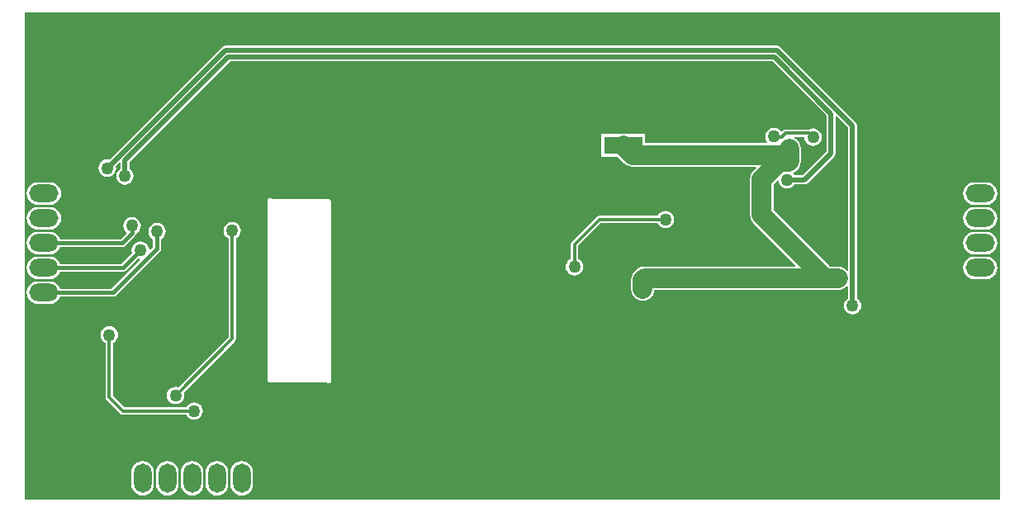
<source format=gbl>
G04*
G04 #@! TF.GenerationSoftware,Altium Limited,Altium Designer,18.0.9 (584)*
G04*
G04 Layer_Physical_Order=2*
G04 Layer_Color=16711680*
%FSLAX25Y25*%
%MOIN*%
G70*
G01*
G75*
%ADD65C,0.01378*%
%ADD66C,0.01968*%
%ADD67C,0.07874*%
%ADD69C,0.01575*%
%ADD71C,0.17717*%
%ADD72R,0.15748X0.07087*%
%ADD73R,0.07087X0.15748*%
%ADD74O,0.07087X0.11811*%
%ADD75O,0.11811X0.07087*%
%ADD76C,0.05000*%
%ADD77C,0.01968*%
G36*
X393701Y0D02*
X0D01*
Y196850D01*
X393701D01*
Y0D01*
D02*
G37*
%LPC*%
G36*
X303897Y183302D02*
X81102D01*
X80411Y183165D01*
X79825Y182773D01*
X34327Y137275D01*
X33465Y137389D01*
X32551Y137268D01*
X31699Y136916D01*
X30968Y136354D01*
X30407Y135623D01*
X30055Y134772D01*
X29934Y133858D01*
X30055Y132945D01*
X30407Y132093D01*
X30968Y131362D01*
X31699Y130801D01*
X32551Y130448D01*
X33465Y130328D01*
X34378Y130448D01*
X35230Y130801D01*
X35961Y131362D01*
X36522Y132093D01*
X36874Y132945D01*
X36995Y133858D01*
X36881Y134720D01*
X38283Y136122D01*
X38745Y135931D01*
Y133734D01*
X38055Y133205D01*
X37494Y132474D01*
X37141Y131622D01*
X37021Y130709D01*
X37141Y129795D01*
X37494Y128944D01*
X38055Y128212D01*
X38786Y127651D01*
X39638Y127299D01*
X40551Y127179D01*
X41465Y127299D01*
X42316Y127651D01*
X43047Y128212D01*
X43608Y128944D01*
X43961Y129795D01*
X44081Y130709D01*
X43961Y131622D01*
X43608Y132474D01*
X43047Y133205D01*
X42358Y133734D01*
Y136299D01*
X82992Y176934D01*
X302008D01*
X323784Y155157D01*
Y140512D01*
X314212Y130940D01*
X310899D01*
X310370Y131630D01*
X310298Y131684D01*
X310364Y132180D01*
X311000Y132444D01*
X311987Y133201D01*
X312031Y133245D01*
X312788Y134232D01*
X313264Y135381D01*
X313427Y136614D01*
Y141732D01*
X313264Y142966D01*
X312788Y144115D01*
X312031Y145102D01*
X311044Y145859D01*
X310878Y145928D01*
X310978Y146428D01*
X314816D01*
X314855Y146384D01*
X314975Y145470D01*
X315328Y144618D01*
X315889Y143887D01*
X316620Y143326D01*
X317472Y142974D01*
X318385Y142853D01*
X319299Y142974D01*
X320150Y143326D01*
X320882Y143887D01*
X321443Y144618D01*
X321795Y145470D01*
X321916Y146384D01*
X321795Y147297D01*
X321443Y148149D01*
X320882Y148880D01*
X320150Y149441D01*
X319299Y149794D01*
X318385Y149914D01*
X317472Y149794D01*
X316620Y149441D01*
X316617Y149438D01*
X307207D01*
X306630Y149324D01*
X306142Y148997D01*
X305861Y148717D01*
X305363Y148749D01*
X305055Y149150D01*
X304324Y149711D01*
X303473Y150063D01*
X302559Y150184D01*
X301645Y150063D01*
X300794Y149711D01*
X300063Y149150D01*
X299502Y148419D01*
X299149Y147567D01*
X299029Y146653D01*
X299149Y145740D01*
X299502Y144888D01*
X299814Y144482D01*
X299567Y143982D01*
X250606D01*
Y147653D01*
X243109D01*
X242966Y147713D01*
X241732Y147875D01*
X240499Y147713D01*
X240355Y147653D01*
X232858D01*
Y138567D01*
X239537D01*
X242256Y135847D01*
X243243Y135090D01*
X244393Y134614D01*
X245626Y134451D01*
X295281D01*
X295473Y133989D01*
X294268Y132785D01*
X293511Y131798D01*
X293035Y130649D01*
X292873Y129416D01*
Y114961D01*
X293035Y113727D01*
X293511Y112578D01*
X294268Y111591D01*
X311262Y94597D01*
X311071Y94135D01*
X250394D01*
X249795Y94056D01*
X249606Y94081D01*
X248693Y93961D01*
X247841Y93608D01*
X247110Y93047D01*
X246549Y92316D01*
X246512Y92228D01*
X246237Y91952D01*
X245479Y90965D01*
X245004Y89816D01*
X244841Y88583D01*
Y85039D01*
X245004Y83806D01*
X245479Y82657D01*
X246237Y81670D01*
X247224Y80913D01*
X248373Y80437D01*
X249606Y80274D01*
X250840Y80437D01*
X251989Y80913D01*
X252976Y81670D01*
X253733Y82657D01*
X254209Y83806D01*
X254314Y84605D01*
X328346D01*
X329580Y84767D01*
X330729Y85243D01*
X331716Y86001D01*
X331972Y86335D01*
X332446Y86174D01*
Y81372D01*
X331756Y80843D01*
X331195Y80111D01*
X330842Y79260D01*
X330722Y78347D01*
X330842Y77433D01*
X331195Y76581D01*
X331756Y75850D01*
X332487Y75289D01*
X333338Y74936D01*
X334252Y74816D01*
X335166Y74936D01*
X336017Y75289D01*
X336748Y75850D01*
X337309Y76581D01*
X337662Y77433D01*
X337782Y78347D01*
X337662Y79260D01*
X337309Y80111D01*
X336748Y80843D01*
X336058Y81372D01*
Y151142D01*
X335921Y151833D01*
X335529Y152419D01*
X305175Y182773D01*
X304589Y183165D01*
X303897Y183302D01*
D02*
G37*
G36*
X388189Y128205D02*
X383465D01*
X382278Y128048D01*
X381173Y127591D01*
X380224Y126862D01*
X379496Y125913D01*
X379038Y124808D01*
X378882Y123622D01*
X379038Y122436D01*
X379496Y121331D01*
X380224Y120382D01*
X381173Y119653D01*
X382278Y119196D01*
X383465Y119040D01*
X388189D01*
X389375Y119196D01*
X390480Y119653D01*
X391429Y120382D01*
X392158Y121331D01*
X392615Y122436D01*
X392772Y123622D01*
X392615Y124808D01*
X392158Y125913D01*
X391429Y126862D01*
X390480Y127591D01*
X389375Y128048D01*
X388189Y128205D01*
D02*
G37*
G36*
X10236D02*
X5512D01*
X4326Y128048D01*
X3221Y127591D01*
X2272Y126862D01*
X1543Y125913D01*
X1085Y124808D01*
X929Y123622D01*
X1085Y122436D01*
X1543Y121331D01*
X2272Y120382D01*
X3221Y119653D01*
X4326Y119196D01*
X5512Y119040D01*
X10236D01*
X11422Y119196D01*
X12528Y119653D01*
X13477Y120382D01*
X14205Y121331D01*
X14663Y122436D01*
X14819Y123622D01*
X14663Y124808D01*
X14205Y125913D01*
X13477Y126862D01*
X12528Y127591D01*
X11422Y128048D01*
X10236Y128205D01*
D02*
G37*
G36*
X258783Y116644D02*
X257869Y116524D01*
X257018Y116171D01*
X256287Y115610D01*
X255726Y114879D01*
X255618Y114619D01*
X232011D01*
X231435Y114504D01*
X230947Y114178D01*
X220983Y104214D01*
X220656Y103726D01*
X220542Y103150D01*
Y97259D01*
X220282Y97152D01*
X219551Y96591D01*
X218990Y95860D01*
X218637Y95008D01*
X218517Y94095D01*
X218637Y93181D01*
X218990Y92329D01*
X219551Y91598D01*
X220282Y91037D01*
X221134Y90685D01*
X222047Y90564D01*
X222961Y90685D01*
X223812Y91037D01*
X224543Y91598D01*
X225104Y92329D01*
X225457Y93181D01*
X225577Y94095D01*
X225457Y95008D01*
X225104Y95860D01*
X224543Y96591D01*
X223812Y97152D01*
X223552Y97259D01*
Y102526D01*
X232635Y111608D01*
X255618D01*
X255726Y111348D01*
X256287Y110617D01*
X257018Y110056D01*
X257869Y109704D01*
X258783Y109583D01*
X259697Y109704D01*
X260548Y110056D01*
X261279Y110617D01*
X261840Y111348D01*
X262193Y112200D01*
X262313Y113114D01*
X262193Y114027D01*
X261840Y114879D01*
X261279Y115610D01*
X260548Y116171D01*
X259697Y116524D01*
X258783Y116644D01*
D02*
G37*
G36*
X388189Y118204D02*
X383465D01*
X382278Y118048D01*
X381173Y117591D01*
X380224Y116862D01*
X379496Y115913D01*
X379038Y114808D01*
X378882Y113622D01*
X379038Y112436D01*
X379496Y111331D01*
X380224Y110382D01*
X381173Y109653D01*
X382278Y109196D01*
X383465Y109040D01*
X388189D01*
X389375Y109196D01*
X390480Y109653D01*
X391429Y110382D01*
X392158Y111331D01*
X392615Y112436D01*
X392772Y113622D01*
X392615Y114808D01*
X392158Y115913D01*
X391429Y116862D01*
X390480Y117591D01*
X389375Y118048D01*
X388189Y118204D01*
D02*
G37*
G36*
X10236D02*
X5512D01*
X4326Y118048D01*
X3221Y117591D01*
X2272Y116862D01*
X1543Y115913D01*
X1085Y114808D01*
X929Y113622D01*
X1085Y112436D01*
X1543Y111331D01*
X2272Y110382D01*
X3221Y109653D01*
X4326Y109196D01*
X5512Y109040D01*
X10236D01*
X11422Y109196D01*
X12528Y109653D01*
X13477Y110382D01*
X14205Y111331D01*
X14663Y112436D01*
X14819Y113622D01*
X14663Y114808D01*
X14205Y115913D01*
X13477Y116862D01*
X12528Y117591D01*
X11422Y118048D01*
X10236Y118204D01*
D02*
G37*
G36*
X43465Y114160D02*
X42551Y114040D01*
X41699Y113687D01*
X40968Y113126D01*
X40407Y112395D01*
X40055Y111544D01*
X39934Y110630D01*
X40055Y109716D01*
X40407Y108865D01*
X40968Y108134D01*
X41076Y108051D01*
X41108Y107552D01*
X38784Y105228D01*
X14489D01*
X14205Y105913D01*
X13477Y106862D01*
X12528Y107591D01*
X11422Y108048D01*
X10236Y108204D01*
X5512D01*
X4326Y108048D01*
X3221Y107591D01*
X2272Y106862D01*
X1543Y105913D01*
X1085Y104808D01*
X929Y103622D01*
X1085Y102436D01*
X1543Y101331D01*
X2272Y100382D01*
X3221Y99654D01*
X4326Y99196D01*
X5512Y99040D01*
X10236D01*
X11422Y99196D01*
X12528Y99654D01*
X13477Y100382D01*
X14205Y101331D01*
X14489Y102016D01*
X39449D01*
X39449Y102016D01*
X40063Y102139D01*
X40584Y102487D01*
X44600Y106502D01*
X44600Y106502D01*
X44948Y107023D01*
X45042Y107495D01*
X45230Y107573D01*
X45961Y108134D01*
X46522Y108865D01*
X46874Y109716D01*
X46995Y110630D01*
X46874Y111544D01*
X46522Y112395D01*
X45961Y113126D01*
X45230Y113687D01*
X44378Y114040D01*
X43465Y114160D01*
D02*
G37*
G36*
X53543Y111798D02*
X52630Y111678D01*
X51778Y111325D01*
X51047Y110764D01*
X50486Y110033D01*
X50133Y109181D01*
X50013Y108268D01*
X50133Y107354D01*
X50486Y106503D01*
X51047Y105772D01*
X51778Y105210D01*
X51938Y105144D01*
Y102082D01*
X50857Y101001D01*
X50329Y101180D01*
X50260Y101701D01*
X49908Y102552D01*
X49347Y103284D01*
X48616Y103845D01*
X47764Y104197D01*
X46850Y104318D01*
X45937Y104197D01*
X45085Y103845D01*
X44354Y103284D01*
X43793Y102552D01*
X43440Y101701D01*
X43320Y100787D01*
X43440Y99874D01*
X43507Y99714D01*
X39020Y95228D01*
X14489D01*
X14205Y95913D01*
X13477Y96862D01*
X12528Y97591D01*
X11422Y98048D01*
X10236Y98204D01*
X5512D01*
X4326Y98048D01*
X3221Y97591D01*
X2272Y96862D01*
X1543Y95913D01*
X1085Y94808D01*
X929Y93622D01*
X1085Y92436D01*
X1543Y91331D01*
X2272Y90382D01*
X3221Y89653D01*
X4326Y89196D01*
X5512Y89039D01*
X10236D01*
X11422Y89196D01*
X12528Y89653D01*
X13477Y90382D01*
X14205Y91331D01*
X14489Y92016D01*
X39685D01*
X39685Y92016D01*
X40299Y92139D01*
X40820Y92487D01*
X45777Y97443D01*
X45937Y97378D01*
X46457Y97309D01*
X46637Y96781D01*
X35083Y85228D01*
X14489D01*
X14205Y85913D01*
X13477Y86862D01*
X12528Y87591D01*
X11422Y88048D01*
X10236Y88204D01*
X5512D01*
X4326Y88048D01*
X3221Y87591D01*
X2272Y86862D01*
X1543Y85913D01*
X1085Y84808D01*
X929Y83622D01*
X1085Y82436D01*
X1543Y81331D01*
X2272Y80382D01*
X3221Y79654D01*
X4326Y79196D01*
X5512Y79040D01*
X10236D01*
X11422Y79196D01*
X12528Y79654D01*
X13477Y80382D01*
X14205Y81331D01*
X14489Y82016D01*
X35748D01*
X35748Y82016D01*
X36363Y82139D01*
X36884Y82487D01*
X54679Y100282D01*
X54679Y100282D01*
X55027Y100803D01*
X55149Y101417D01*
Y105144D01*
X55308Y105210D01*
X56040Y105772D01*
X56600Y106503D01*
X56953Y107354D01*
X57073Y108268D01*
X56953Y109181D01*
X56600Y110033D01*
X56040Y110764D01*
X55308Y111325D01*
X54457Y111678D01*
X53543Y111798D01*
D02*
G37*
G36*
X388189Y108204D02*
X383465D01*
X382278Y108048D01*
X381173Y107591D01*
X380224Y106862D01*
X379496Y105913D01*
X379038Y104808D01*
X378882Y103622D01*
X379038Y102436D01*
X379496Y101331D01*
X380224Y100382D01*
X381173Y99654D01*
X382278Y99196D01*
X383465Y99040D01*
X388189D01*
X389375Y99196D01*
X390480Y99654D01*
X391429Y100382D01*
X392158Y101331D01*
X392615Y102436D01*
X392772Y103622D01*
X392615Y104808D01*
X392158Y105913D01*
X391429Y106862D01*
X390480Y107591D01*
X389375Y108048D01*
X388189Y108204D01*
D02*
G37*
G36*
Y98204D02*
X383465D01*
X382278Y98048D01*
X381173Y97591D01*
X380224Y96862D01*
X379496Y95913D01*
X379038Y94808D01*
X378882Y93622D01*
X379038Y92436D01*
X379496Y91331D01*
X380224Y90382D01*
X381173Y89653D01*
X382278Y89196D01*
X383465Y89039D01*
X388189D01*
X389375Y89196D01*
X390480Y89653D01*
X391429Y90382D01*
X392158Y91331D01*
X392615Y92436D01*
X392772Y93622D01*
X392615Y94808D01*
X392158Y95913D01*
X391429Y96862D01*
X390480Y97591D01*
X389375Y98048D01*
X388189Y98204D01*
D02*
G37*
G36*
X99213Y121886D02*
X98822Y121808D01*
X98492Y121587D01*
X98271Y121256D01*
X98193Y120866D01*
Y48425D01*
X98271Y48035D01*
X98492Y47704D01*
X98822Y47483D01*
X99213Y47406D01*
X122019D01*
X122114Y47311D01*
X122444Y47089D01*
X122835Y47012D01*
X123225Y47089D01*
X123556Y47311D01*
X123777Y47641D01*
X123854Y48031D01*
Y120472D01*
X123777Y120863D01*
X123556Y121193D01*
X123225Y121414D01*
X122835Y121492D01*
X100029D01*
X99934Y121587D01*
X99603Y121808D01*
X99213Y121886D01*
D02*
G37*
G36*
X83858Y112192D02*
X82945Y112071D01*
X82093Y111719D01*
X81362Y111158D01*
X80801Y110426D01*
X80448Y109575D01*
X80328Y108661D01*
X80448Y107748D01*
X80801Y106896D01*
X81362Y106165D01*
X82093Y105604D01*
X82353Y105497D01*
Y65584D01*
X62197Y45428D01*
X61937Y45536D01*
X61024Y45656D01*
X60110Y45536D01*
X59259Y45183D01*
X58527Y44622D01*
X57966Y43891D01*
X57614Y43040D01*
X57493Y42126D01*
X57614Y41212D01*
X57966Y40361D01*
X58527Y39630D01*
X59259Y39069D01*
X60110Y38716D01*
X61024Y38596D01*
X61937Y38716D01*
X62789Y39069D01*
X63520Y39630D01*
X64081Y40361D01*
X64433Y41212D01*
X64554Y42126D01*
X64433Y43040D01*
X64326Y43299D01*
X84923Y63896D01*
X85249Y64385D01*
X85364Y64961D01*
Y105497D01*
X85623Y105604D01*
X86355Y106165D01*
X86915Y106896D01*
X87268Y107748D01*
X87388Y108661D01*
X87268Y109575D01*
X86915Y110426D01*
X86355Y111158D01*
X85623Y111719D01*
X84772Y112071D01*
X83858Y112192D01*
D02*
G37*
G36*
X34252Y70066D02*
X33338Y69945D01*
X32487Y69593D01*
X31756Y69032D01*
X31195Y68300D01*
X30842Y67449D01*
X30722Y66535D01*
X30842Y65622D01*
X31195Y64770D01*
X31756Y64039D01*
X32487Y63478D01*
X32747Y63371D01*
Y41339D01*
X32861Y40762D01*
X33188Y40274D01*
X38699Y34762D01*
X39188Y34436D01*
X39764Y34321D01*
X65339D01*
X65447Y34062D01*
X66008Y33331D01*
X66739Y32770D01*
X67590Y32417D01*
X68504Y32297D01*
X69418Y32417D01*
X70269Y32770D01*
X71000Y33331D01*
X71561Y34062D01*
X71914Y34913D01*
X72034Y35827D01*
X71914Y36740D01*
X71561Y37592D01*
X71000Y38323D01*
X70269Y38884D01*
X69418Y39237D01*
X68504Y39357D01*
X67590Y39237D01*
X66739Y38884D01*
X66008Y38323D01*
X65447Y37592D01*
X65339Y37332D01*
X40387D01*
X35757Y41962D01*
Y63371D01*
X36017Y63478D01*
X36748Y64039D01*
X37309Y64770D01*
X37662Y65622D01*
X37782Y66535D01*
X37662Y67449D01*
X37309Y68300D01*
X36748Y69032D01*
X36017Y69593D01*
X35166Y69945D01*
X34252Y70066D01*
D02*
G37*
G36*
X87717Y15606D02*
X86531Y15450D01*
X85425Y14992D01*
X84476Y14264D01*
X83748Y13315D01*
X83290Y12210D01*
X83134Y11024D01*
Y6299D01*
X83290Y5113D01*
X83748Y4008D01*
X84476Y3059D01*
X85425Y2331D01*
X86531Y1873D01*
X87717Y1717D01*
X88903Y1873D01*
X90008Y2331D01*
X90957Y3059D01*
X91685Y4008D01*
X92143Y5113D01*
X92299Y6299D01*
Y11024D01*
X92143Y12210D01*
X91685Y13315D01*
X90957Y14264D01*
X90008Y14992D01*
X88903Y15450D01*
X87717Y15606D01*
D02*
G37*
G36*
X77716D02*
X76530Y15450D01*
X75425Y14992D01*
X74476Y14264D01*
X73748Y13315D01*
X73290Y12210D01*
X73134Y11024D01*
Y6299D01*
X73290Y5113D01*
X73748Y4008D01*
X74476Y3059D01*
X75425Y2331D01*
X76530Y1873D01*
X77716Y1717D01*
X78903Y1873D01*
X80008Y2331D01*
X80957Y3059D01*
X81685Y4008D01*
X82143Y5113D01*
X82299Y6299D01*
Y11024D01*
X82143Y12210D01*
X81685Y13315D01*
X80957Y14264D01*
X80008Y14992D01*
X78903Y15450D01*
X77716Y15606D01*
D02*
G37*
G36*
X67716D02*
X66531Y15450D01*
X65425Y14992D01*
X64476Y14264D01*
X63748Y13315D01*
X63290Y12210D01*
X63134Y11024D01*
Y6299D01*
X63290Y5113D01*
X63748Y4008D01*
X64476Y3059D01*
X65425Y2331D01*
X66531Y1873D01*
X67716Y1717D01*
X68903Y1873D01*
X70008Y2331D01*
X70957Y3059D01*
X71685Y4008D01*
X72143Y5113D01*
X72299Y6299D01*
Y11024D01*
X72143Y12210D01*
X71685Y13315D01*
X70957Y14264D01*
X70008Y14992D01*
X68903Y15450D01*
X67716Y15606D01*
D02*
G37*
G36*
X57717D02*
X56530Y15450D01*
X55425Y14992D01*
X54476Y14264D01*
X53748Y13315D01*
X53290Y12210D01*
X53134Y11024D01*
Y6299D01*
X53290Y5113D01*
X53748Y4008D01*
X54476Y3059D01*
X55425Y2331D01*
X56530Y1873D01*
X57717Y1717D01*
X58903Y1873D01*
X60008Y2331D01*
X60957Y3059D01*
X61685Y4008D01*
X62143Y5113D01*
X62299Y6299D01*
Y11024D01*
X62143Y12210D01*
X61685Y13315D01*
X60957Y14264D01*
X60008Y14992D01*
X58903Y15450D01*
X57717Y15606D01*
D02*
G37*
G36*
X47717D02*
X46531Y15450D01*
X45425Y14992D01*
X44476Y14264D01*
X43748Y13315D01*
X43290Y12210D01*
X43134Y11024D01*
Y6299D01*
X43290Y5113D01*
X43748Y4008D01*
X44476Y3059D01*
X45425Y2331D01*
X46531Y1873D01*
X47717Y1717D01*
X48903Y1873D01*
X50008Y2331D01*
X50957Y3059D01*
X51685Y4008D01*
X52143Y5113D01*
X52299Y6299D01*
Y11024D01*
X52143Y12210D01*
X51685Y13315D01*
X50957Y14264D01*
X50008Y14992D01*
X48903Y15450D01*
X47717Y15606D01*
D02*
G37*
%LPD*%
G36*
X332446Y150393D02*
Y92566D01*
X331972Y92406D01*
X331716Y92740D01*
X330729Y93497D01*
X329580Y93973D01*
X328346Y94135D01*
X325202D01*
X302403Y116934D01*
Y127442D01*
X303869Y128907D01*
X304397Y128728D01*
X304464Y128220D01*
X304816Y127368D01*
X305377Y126637D01*
X306108Y126076D01*
X306960Y125724D01*
X307873Y125603D01*
X308787Y125724D01*
X309639Y126076D01*
X310370Y126637D01*
X310899Y127327D01*
X314960D01*
X315652Y127465D01*
X316238Y127856D01*
X326868Y138487D01*
X327259Y139073D01*
X327397Y139764D01*
Y154789D01*
X327859Y154980D01*
X332446Y150393D01*
D02*
G37*
D65*
X316836Y147933D02*
X318385Y146384D01*
X83858Y64961D02*
Y108661D01*
X61024Y42126D02*
X83858Y64961D01*
X34252Y41339D02*
Y66535D01*
Y41339D02*
X39764Y35827D01*
X68504D01*
X307207Y147933D02*
X316836D01*
X305735Y146462D02*
X307207Y147933D01*
X302367Y146462D02*
X305735D01*
X302367D02*
X302559Y146653D01*
X222047Y94095D02*
Y103150D01*
X232011Y113114D01*
X258783D01*
D66*
X40551Y130709D02*
Y137048D01*
X82244Y178740D01*
X302756D01*
X303897Y181496D02*
X334252Y151142D01*
Y78347D02*
Y151142D01*
X81102Y181496D02*
X303897D01*
X33465Y133858D02*
X81102Y181496D01*
X314960Y129134D02*
X325590Y139764D01*
X307873Y129134D02*
X314960D01*
X325590Y139764D02*
Y155905D01*
X302756Y178740D02*
X325590Y155905D01*
D67*
X305849Y139426D02*
X308661Y136614D01*
X305849Y139426D02*
X305849D01*
X305640Y139216D02*
X305849Y139426D01*
X245626Y139216D02*
X305640D01*
X308661Y136614D02*
Y141732D01*
X323228Y89370D02*
X328346D01*
X249606Y85039D02*
Y88583D01*
X250394Y89370D01*
X323228D01*
X297638Y114961D02*
X323228Y89370D01*
X297638Y114961D02*
Y129416D01*
X304793Y136571D01*
X308618D01*
X308661Y136614D01*
X241732Y143110D02*
X245626Y139216D01*
D69*
X43465Y107638D02*
Y110630D01*
X39449Y103622D02*
X43465Y107638D01*
X7874Y103622D02*
X39449D01*
X39685Y93622D02*
X46850Y100787D01*
X53543Y101417D02*
Y108268D01*
X7874Y83622D02*
X35748D01*
X53543Y101417D01*
X7874Y93622D02*
X39685D01*
D71*
X377953Y15748D02*
D03*
Y181102D02*
D03*
X15748D02*
D03*
Y15748D02*
D03*
D72*
X241732Y143110D02*
D03*
Y165945D02*
D03*
D73*
X222835Y154921D02*
D03*
D74*
X67716Y8661D02*
D03*
X77716D02*
D03*
X87717D02*
D03*
X57717D02*
D03*
X37716D02*
D03*
X47717D02*
D03*
D75*
X385827Y103622D02*
D03*
Y113622D02*
D03*
Y123622D02*
D03*
Y93622D02*
D03*
Y73622D02*
D03*
Y83622D02*
D03*
X7874Y103622D02*
D03*
Y113622D02*
D03*
Y123622D02*
D03*
Y93622D02*
D03*
Y73622D02*
D03*
Y83622D02*
D03*
D76*
X382283Y165748D02*
D03*
X387205Y155905D02*
D03*
Y57480D02*
D03*
X382283Y47638D02*
D03*
X387205Y37795D02*
D03*
X382283Y27953D02*
D03*
X372441Y165748D02*
D03*
X377362Y155905D02*
D03*
X372441Y126378D02*
D03*
Y106693D02*
D03*
Y67323D02*
D03*
X377362Y57480D02*
D03*
X372441Y47638D02*
D03*
X377362Y37795D02*
D03*
X372441Y27953D02*
D03*
X362598Y185433D02*
D03*
Y165748D02*
D03*
X367520Y155905D02*
D03*
Y136221D02*
D03*
X362598Y126378D02*
D03*
X367520Y116535D02*
D03*
X362598Y106693D02*
D03*
X367520Y96850D02*
D03*
Y57480D02*
D03*
X362598Y47638D02*
D03*
X367520Y37795D02*
D03*
X362598Y8268D02*
D03*
X352756Y185433D02*
D03*
X357677Y175591D02*
D03*
X352756Y165748D02*
D03*
Y106693D02*
D03*
X357677Y57480D02*
D03*
X352756Y47638D02*
D03*
X357677Y37795D02*
D03*
X352756Y8268D02*
D03*
X342913Y185433D02*
D03*
X347835Y175591D02*
D03*
X342913Y165748D02*
D03*
Y126378D02*
D03*
Y106693D02*
D03*
X347835Y57480D02*
D03*
X342913Y47638D02*
D03*
X347835Y37795D02*
D03*
X342913Y8268D02*
D03*
X333071Y185433D02*
D03*
X337992Y175591D02*
D03*
X333071Y165748D02*
D03*
X337992Y57480D02*
D03*
X333071Y47638D02*
D03*
X337992Y37795D02*
D03*
X333071Y8268D02*
D03*
X323228Y185433D02*
D03*
X328150Y175591D02*
D03*
Y116535D02*
D03*
X323228Y106693D02*
D03*
Y67323D02*
D03*
X328150Y57480D02*
D03*
X323228Y47638D02*
D03*
X328150Y37795D02*
D03*
X323228Y8268D02*
D03*
X313386Y185433D02*
D03*
X318307Y175591D02*
D03*
Y155905D02*
D03*
Y116535D02*
D03*
X313386Y67323D02*
D03*
X318307Y57480D02*
D03*
X313386Y47638D02*
D03*
X318307Y37795D02*
D03*
X313386Y8268D02*
D03*
X308465Y116535D02*
D03*
X303543Y67323D02*
D03*
X308465Y57480D02*
D03*
X303543Y47638D02*
D03*
X308465Y37795D02*
D03*
X303543Y8268D02*
D03*
X293701Y106693D02*
D03*
X298622Y96850D02*
D03*
X293701Y67323D02*
D03*
X298622Y57480D02*
D03*
X293701Y47638D02*
D03*
X298622Y37795D02*
D03*
X293701Y27953D02*
D03*
Y8268D02*
D03*
X288779Y116535D02*
D03*
X283858Y106693D02*
D03*
X288779Y96850D02*
D03*
X283858Y67323D02*
D03*
X288779Y57480D02*
D03*
X283858Y47638D02*
D03*
X288779Y37795D02*
D03*
X283858Y27953D02*
D03*
X288779Y18110D02*
D03*
X283858Y8268D02*
D03*
X278937Y155905D02*
D03*
Y116535D02*
D03*
X274016Y106693D02*
D03*
X278937Y96850D02*
D03*
Y77165D02*
D03*
X274016Y67323D02*
D03*
X278937Y57480D02*
D03*
X274016Y47638D02*
D03*
X278937Y37795D02*
D03*
X274016Y27953D02*
D03*
X278937Y18110D02*
D03*
X274016Y8268D02*
D03*
X269094Y155905D02*
D03*
X264173Y126378D02*
D03*
X269094Y116535D02*
D03*
Y77165D02*
D03*
X264173Y67323D02*
D03*
X269094Y57480D02*
D03*
X264173Y47638D02*
D03*
X269094Y37795D02*
D03*
X264173Y27953D02*
D03*
X269094Y18110D02*
D03*
X264173Y8268D02*
D03*
X254331Y165748D02*
D03*
X259252Y155905D02*
D03*
X254331Y126378D02*
D03*
Y67323D02*
D03*
X259252Y57480D02*
D03*
X254331Y47638D02*
D03*
X259252Y37795D02*
D03*
X254331Y27953D02*
D03*
X259252Y18110D02*
D03*
X254331Y8268D02*
D03*
X249410Y155905D02*
D03*
X244488Y126378D02*
D03*
Y67323D02*
D03*
X249410Y57480D02*
D03*
X244488Y47638D02*
D03*
X249410Y37795D02*
D03*
X244488Y27953D02*
D03*
X249410Y18110D02*
D03*
X244488Y8268D02*
D03*
X239567Y155905D02*
D03*
X234646Y126378D02*
D03*
X239567Y37795D02*
D03*
X234646Y27953D02*
D03*
X239567Y18110D02*
D03*
X234646Y8268D02*
D03*
X229724Y155905D02*
D03*
X224803Y126378D02*
D03*
Y67323D02*
D03*
Y47638D02*
D03*
X229724Y37795D02*
D03*
X224803Y27953D02*
D03*
X229724Y18110D02*
D03*
X224803Y8268D02*
D03*
X214961Y126378D02*
D03*
X219882Y116535D02*
D03*
X214961Y67323D02*
D03*
X219882Y57480D02*
D03*
X214961Y47638D02*
D03*
X219882Y37795D02*
D03*
X214961Y27953D02*
D03*
X219882Y18110D02*
D03*
X214961Y8268D02*
D03*
X205118Y126378D02*
D03*
X210039Y116535D02*
D03*
X205118Y67323D02*
D03*
X210039Y57480D02*
D03*
X205118Y47638D02*
D03*
X210039Y37795D02*
D03*
X205118Y27953D02*
D03*
X210039Y18110D02*
D03*
X205118Y8268D02*
D03*
X195276Y165748D02*
D03*
X200197Y155905D02*
D03*
X195276Y146063D02*
D03*
X200197Y136221D02*
D03*
X195276Y47638D02*
D03*
X200197Y37795D02*
D03*
X195276Y27953D02*
D03*
X200197Y18110D02*
D03*
X195276Y8268D02*
D03*
X185433Y165748D02*
D03*
X190354Y155905D02*
D03*
X185433Y146063D02*
D03*
X190354Y136221D02*
D03*
X185433Y106693D02*
D03*
Y87008D02*
D03*
Y67323D02*
D03*
X190354Y57480D02*
D03*
X185433Y47638D02*
D03*
X190354Y37795D02*
D03*
X185433Y27953D02*
D03*
X190354Y18110D02*
D03*
X185433Y8268D02*
D03*
X175591Y165748D02*
D03*
X180512Y155905D02*
D03*
X175591Y126378D02*
D03*
X180512Y116535D02*
D03*
X175591Y106693D02*
D03*
X180512Y96850D02*
D03*
X175591Y87008D02*
D03*
X180512Y77165D02*
D03*
X175591Y67323D02*
D03*
X180512Y57480D02*
D03*
X175591Y47638D02*
D03*
X180512Y37795D02*
D03*
X175591Y27953D02*
D03*
X180512Y18110D02*
D03*
X175591Y8268D02*
D03*
X165748Y165748D02*
D03*
X170669Y155905D02*
D03*
X165748Y126378D02*
D03*
X170669Y116535D02*
D03*
X165748Y106693D02*
D03*
X170669Y96850D02*
D03*
X165748Y87008D02*
D03*
X170669Y77165D02*
D03*
X165748Y67323D02*
D03*
X170669Y57480D02*
D03*
X165748Y47638D02*
D03*
X170669Y37795D02*
D03*
X165748Y27953D02*
D03*
X170669Y18110D02*
D03*
X165748Y8268D02*
D03*
X155905Y165748D02*
D03*
X160827Y136221D02*
D03*
X155905Y126378D02*
D03*
X160827Y116535D02*
D03*
X155905Y106693D02*
D03*
X160827Y96850D02*
D03*
X155905Y87008D02*
D03*
X160827Y77165D02*
D03*
X155905Y67323D02*
D03*
X160827Y57480D02*
D03*
X155905Y47638D02*
D03*
X160827Y37795D02*
D03*
X155905Y27953D02*
D03*
X160827Y18110D02*
D03*
X155905Y8268D02*
D03*
X146063Y165748D02*
D03*
X150984Y136221D02*
D03*
X146063Y126378D02*
D03*
X150984Y116535D02*
D03*
X146063Y106693D02*
D03*
X150984Y96850D02*
D03*
X146063Y87008D02*
D03*
X150984Y77165D02*
D03*
X146063Y67323D02*
D03*
X150984Y57480D02*
D03*
X146063Y47638D02*
D03*
X150984Y37795D02*
D03*
X146063Y27953D02*
D03*
X150984Y18110D02*
D03*
X146063Y8268D02*
D03*
X136221Y165748D02*
D03*
X141142Y136221D02*
D03*
X136221Y126378D02*
D03*
X141142Y116535D02*
D03*
X136221Y106693D02*
D03*
X141142Y96850D02*
D03*
X136221Y87008D02*
D03*
X141142Y77165D02*
D03*
X136221Y67323D02*
D03*
X141142Y57480D02*
D03*
X136221Y47638D02*
D03*
X141142Y37795D02*
D03*
X136221Y27953D02*
D03*
X141142Y18110D02*
D03*
X136221Y8268D02*
D03*
X126378Y165748D02*
D03*
X131299Y136221D02*
D03*
X126378Y126378D02*
D03*
X131299Y116535D02*
D03*
Y96850D02*
D03*
Y77165D02*
D03*
Y57480D02*
D03*
Y37795D02*
D03*
X126378Y27953D02*
D03*
X131299Y18110D02*
D03*
X126378Y8268D02*
D03*
X116535Y165748D02*
D03*
X121457Y136221D02*
D03*
X116535Y126378D02*
D03*
X121457Y37795D02*
D03*
X116535Y27953D02*
D03*
X121457Y18110D02*
D03*
X116535Y8268D02*
D03*
X106693Y165748D02*
D03*
X111614Y136221D02*
D03*
X106693Y126378D02*
D03*
X111614Y37795D02*
D03*
X106693Y27953D02*
D03*
X111614Y18110D02*
D03*
X106693Y8268D02*
D03*
X96850Y165748D02*
D03*
X101772Y136221D02*
D03*
X96850Y126378D02*
D03*
X101772Y37795D02*
D03*
X96850Y27953D02*
D03*
X101772Y18110D02*
D03*
X96850Y8268D02*
D03*
X87008Y165748D02*
D03*
X91929Y155905D02*
D03*
Y96850D02*
D03*
Y77165D02*
D03*
Y37795D02*
D03*
X77165Y185433D02*
D03*
X82087Y155905D02*
D03*
X77165Y106693D02*
D03*
Y67323D02*
D03*
X67323Y185433D02*
D03*
X72244Y155905D02*
D03*
X67323Y106693D02*
D03*
Y67323D02*
D03*
X57480Y185433D02*
D03*
X62402Y175591D02*
D03*
X57480Y165748D02*
D03*
Y126378D02*
D03*
Y67323D02*
D03*
X47638Y185433D02*
D03*
X52559Y175591D02*
D03*
X47638Y165748D02*
D03*
Y126378D02*
D03*
Y87008D02*
D03*
Y67323D02*
D03*
X37795Y185433D02*
D03*
X42717Y175591D02*
D03*
X37795Y165748D02*
D03*
X42717Y155905D02*
D03*
X27953Y185433D02*
D03*
X32874Y175591D02*
D03*
X27953Y165748D02*
D03*
X32874Y155905D02*
D03*
Y77165D02*
D03*
X27953Y27953D02*
D03*
Y8268D02*
D03*
X18110Y165748D02*
D03*
X23031Y155905D02*
D03*
X18110Y146063D02*
D03*
Y27953D02*
D03*
X8268Y165748D02*
D03*
X13189Y155905D02*
D03*
X8268Y146063D02*
D03*
X13189Y57480D02*
D03*
X8268Y47638D02*
D03*
X13189Y37795D02*
D03*
X8268Y27953D02*
D03*
X334252Y78347D02*
D03*
X318385Y146384D02*
D03*
X33465Y133858D02*
D03*
X307873Y129134D02*
D03*
X40551Y130709D02*
D03*
X43465Y110630D02*
D03*
X46850Y100787D02*
D03*
X53543Y108268D02*
D03*
X83858Y108661D02*
D03*
X61024Y42126D02*
D03*
X34252Y66535D02*
D03*
X68504Y35827D02*
D03*
X323228Y89370D02*
D03*
X328346D02*
D03*
X249606Y85039D02*
D03*
Y90551D02*
D03*
X308661Y141732D02*
D03*
X302559Y146653D02*
D03*
X308661Y136614D02*
D03*
X222047Y94095D02*
D03*
X258783Y113114D02*
D03*
D77*
X291535Y128937D02*
D03*
Y132087D02*
D03*
X342520Y82677D02*
D03*
Y79528D02*
D03*
M02*

</source>
